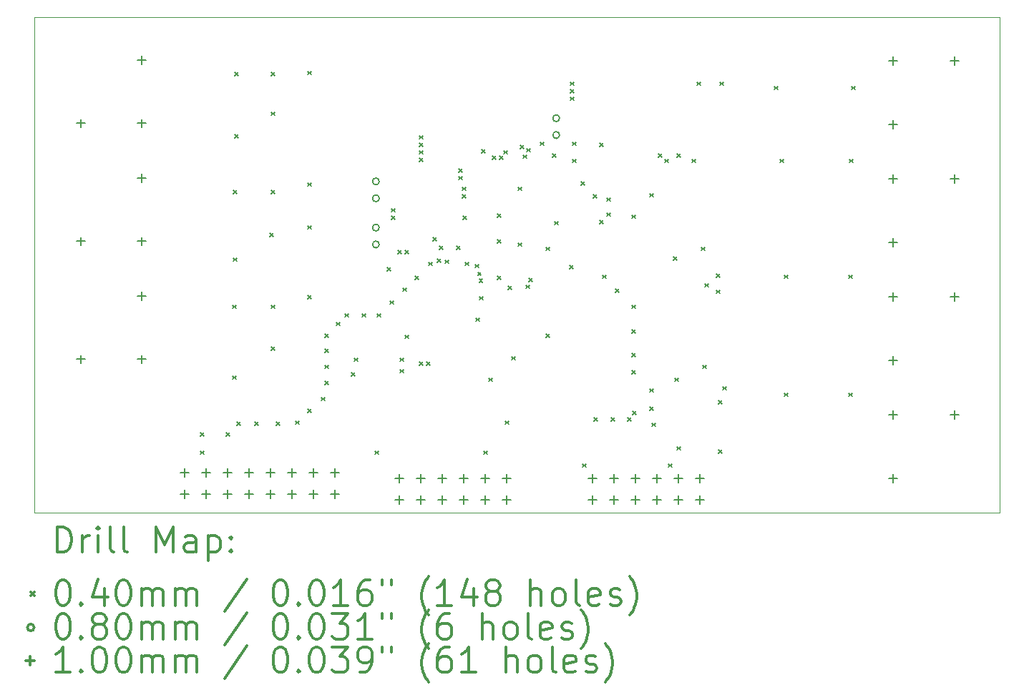
<source format=gbr>
%FSLAX45Y45*%
G04 Gerber Fmt 4.5, Leading zero omitted, Abs format (unit mm)*
G04 Created by KiCad (PCBNEW 4.0.7) date Tue May  8 01:50:05 2018*
%MOMM*%
%LPD*%
G01*
G04 APERTURE LIST*
%ADD10C,0.127000*%
%ADD11C,0.100000*%
%ADD12C,0.200000*%
%ADD13C,0.300000*%
G04 APERTURE END LIST*
D10*
D11*
X21831300Y-14122400D02*
X10414000Y-14122400D01*
X21831300Y-8255000D02*
X10414000Y-8255000D01*
X10414000Y-14122400D02*
X10414000Y-8255000D01*
X21831300Y-8255000D02*
X21831300Y-14122400D01*
D12*
X12375200Y-13175300D02*
X12415200Y-13215300D01*
X12415200Y-13175300D02*
X12375200Y-13215300D01*
X12375200Y-13391200D02*
X12415200Y-13431200D01*
X12415200Y-13391200D02*
X12375200Y-13431200D01*
X12680000Y-13175300D02*
X12720000Y-13215300D01*
X12720000Y-13175300D02*
X12680000Y-13215300D01*
X12756200Y-11664000D02*
X12796200Y-11704000D01*
X12796200Y-11664000D02*
X12756200Y-11704000D01*
X12756200Y-12502200D02*
X12796200Y-12542200D01*
X12796200Y-12502200D02*
X12756200Y-12542200D01*
X12768900Y-10305100D02*
X12808900Y-10345100D01*
X12808900Y-10305100D02*
X12768900Y-10345100D01*
X12768900Y-11105200D02*
X12808900Y-11145200D01*
X12808900Y-11105200D02*
X12768900Y-11145200D01*
X12781600Y-8908100D02*
X12821600Y-8948100D01*
X12821600Y-8908100D02*
X12781600Y-8948100D01*
X12781600Y-9644700D02*
X12821600Y-9684700D01*
X12821600Y-9644700D02*
X12781600Y-9684700D01*
X12807000Y-13048300D02*
X12847000Y-13088300D01*
X12847000Y-13048300D02*
X12807000Y-13088300D01*
X13022900Y-13048300D02*
X13062900Y-13088300D01*
X13062900Y-13048300D02*
X13022900Y-13088300D01*
X13200700Y-10813100D02*
X13240700Y-10853100D01*
X13240700Y-10813100D02*
X13200700Y-10853100D01*
X13213400Y-8908100D02*
X13253400Y-8948100D01*
X13253400Y-8908100D02*
X13213400Y-8948100D01*
X13213400Y-9378000D02*
X13253400Y-9418000D01*
X13253400Y-9378000D02*
X13213400Y-9418000D01*
X13213400Y-10305100D02*
X13253400Y-10345100D01*
X13253400Y-10305100D02*
X13213400Y-10345100D01*
X13213400Y-11664000D02*
X13253400Y-11704000D01*
X13253400Y-11664000D02*
X13213400Y-11704000D01*
X13213400Y-12159300D02*
X13253400Y-12199300D01*
X13253400Y-12159300D02*
X13213400Y-12199300D01*
X13276900Y-13048300D02*
X13316900Y-13088300D01*
X13316900Y-13048300D02*
X13276900Y-13088300D01*
X13505500Y-13035600D02*
X13545500Y-13075600D01*
X13545500Y-13035600D02*
X13505500Y-13075600D01*
X13645200Y-8895400D02*
X13685200Y-8935400D01*
X13685200Y-8895400D02*
X13645200Y-8935400D01*
X13645200Y-10216200D02*
X13685200Y-10256200D01*
X13685200Y-10216200D02*
X13645200Y-10256200D01*
X13645200Y-10724200D02*
X13685200Y-10764200D01*
X13685200Y-10724200D02*
X13645200Y-10764200D01*
X13645200Y-11549700D02*
X13685200Y-11589700D01*
X13685200Y-11549700D02*
X13645200Y-11589700D01*
X13645200Y-12895900D02*
X13685200Y-12935900D01*
X13685200Y-12895900D02*
X13645200Y-12935900D01*
X13810300Y-12756200D02*
X13850300Y-12796200D01*
X13850300Y-12756200D02*
X13810300Y-12796200D01*
X13848400Y-12006900D02*
X13888400Y-12046900D01*
X13888400Y-12006900D02*
X13848400Y-12046900D01*
X13848400Y-12184700D02*
X13888400Y-12224700D01*
X13888400Y-12184700D02*
X13848400Y-12224700D01*
X13848400Y-12375200D02*
X13888400Y-12415200D01*
X13888400Y-12375200D02*
X13848400Y-12415200D01*
X13848400Y-12565700D02*
X13888400Y-12605700D01*
X13888400Y-12565700D02*
X13848400Y-12605700D01*
X13988100Y-11867200D02*
X14028100Y-11907200D01*
X14028100Y-11867200D02*
X13988100Y-11907200D01*
X14089700Y-11765600D02*
X14129700Y-11805600D01*
X14129700Y-11765600D02*
X14089700Y-11805600D01*
X14165900Y-12464100D02*
X14205900Y-12504100D01*
X14205900Y-12464100D02*
X14165900Y-12504100D01*
X14198920Y-12291380D02*
X14238920Y-12331380D01*
X14238920Y-12291380D02*
X14198920Y-12331380D01*
X14292900Y-11765600D02*
X14332900Y-11805600D01*
X14332900Y-11765600D02*
X14292900Y-11805600D01*
X14445300Y-13391200D02*
X14485300Y-13431200D01*
X14485300Y-13391200D02*
X14445300Y-13431200D01*
X14470700Y-11765600D02*
X14510700Y-11805600D01*
X14510700Y-11765600D02*
X14470700Y-11805600D01*
X14585000Y-11219500D02*
X14625000Y-11259500D01*
X14625000Y-11219500D02*
X14585000Y-11259500D01*
X14623100Y-11613200D02*
X14663100Y-11653200D01*
X14663100Y-11613200D02*
X14623100Y-11653200D01*
X14635800Y-10521000D02*
X14675800Y-10561000D01*
X14675800Y-10521000D02*
X14635800Y-10561000D01*
X14635800Y-10609900D02*
X14675800Y-10649900D01*
X14675800Y-10609900D02*
X14635800Y-10649900D01*
X14712000Y-11016300D02*
X14752000Y-11056300D01*
X14752000Y-11016300D02*
X14712000Y-11056300D01*
X14737400Y-12291380D02*
X14777400Y-12331380D01*
X14777400Y-12291380D02*
X14737400Y-12331380D01*
X14737400Y-12426000D02*
X14777400Y-12466000D01*
X14777400Y-12426000D02*
X14737400Y-12466000D01*
X14775500Y-11460800D02*
X14815500Y-11500800D01*
X14815500Y-11460800D02*
X14775500Y-11500800D01*
X14800900Y-11016300D02*
X14840900Y-11056300D01*
X14840900Y-11016300D02*
X14800900Y-11056300D01*
X14800900Y-12019600D02*
X14840900Y-12059600D01*
X14840900Y-12019600D02*
X14800900Y-12059600D01*
X14915200Y-11321100D02*
X14955200Y-11361100D01*
X14955200Y-11321100D02*
X14915200Y-11361100D01*
X14966000Y-9657400D02*
X15006000Y-9697400D01*
X15006000Y-9657400D02*
X14966000Y-9697400D01*
X14966000Y-9746300D02*
X15006000Y-9786300D01*
X15006000Y-9746300D02*
X14966000Y-9786300D01*
X14966000Y-9835200D02*
X15006000Y-9875200D01*
X15006000Y-9835200D02*
X14966000Y-9875200D01*
X14966000Y-9924100D02*
X15006000Y-9964100D01*
X15006000Y-9924100D02*
X14966000Y-9964100D01*
X14966000Y-12337100D02*
X15006000Y-12377100D01*
X15006000Y-12337100D02*
X14966000Y-12377100D01*
X15054900Y-12337100D02*
X15094900Y-12377100D01*
X15094900Y-12337100D02*
X15054900Y-12377100D01*
X15080300Y-11156000D02*
X15120300Y-11196000D01*
X15120300Y-11156000D02*
X15080300Y-11196000D01*
X15131100Y-10863900D02*
X15171100Y-10903900D01*
X15171100Y-10863900D02*
X15131100Y-10903900D01*
X15181900Y-11117900D02*
X15221900Y-11157900D01*
X15221900Y-11117900D02*
X15181900Y-11157900D01*
X15207300Y-10965500D02*
X15247300Y-11005500D01*
X15247300Y-10965500D02*
X15207300Y-11005500D01*
X15270800Y-11130600D02*
X15310800Y-11170600D01*
X15310800Y-11130600D02*
X15270800Y-11170600D01*
X15410500Y-10965500D02*
X15450500Y-11005500D01*
X15450500Y-10965500D02*
X15410500Y-11005500D01*
X15435900Y-10051100D02*
X15475900Y-10091100D01*
X15475900Y-10051100D02*
X15435900Y-10091100D01*
X15435900Y-10140000D02*
X15475900Y-10180000D01*
X15475900Y-10140000D02*
X15435900Y-10180000D01*
X15474000Y-10267000D02*
X15514000Y-10307000D01*
X15514000Y-10267000D02*
X15474000Y-10307000D01*
X15474000Y-10355900D02*
X15514000Y-10395900D01*
X15514000Y-10355900D02*
X15474000Y-10395900D01*
X15486700Y-10609900D02*
X15526700Y-10649900D01*
X15526700Y-10609900D02*
X15486700Y-10649900D01*
X15512100Y-11156000D02*
X15552100Y-11196000D01*
X15552100Y-11156000D02*
X15512100Y-11196000D01*
X15626400Y-11181400D02*
X15666400Y-11221400D01*
X15666400Y-11181400D02*
X15626400Y-11221400D01*
X15639100Y-11816400D02*
X15679100Y-11856400D01*
X15679100Y-11816400D02*
X15639100Y-11856400D01*
X15656880Y-11275380D02*
X15696880Y-11315380D01*
X15696880Y-11275380D02*
X15656880Y-11315380D01*
X15674660Y-11354120D02*
X15714660Y-11394120D01*
X15714660Y-11354120D02*
X15674660Y-11394120D01*
X15677200Y-11562400D02*
X15717200Y-11602400D01*
X15717200Y-11562400D02*
X15677200Y-11602400D01*
X15702600Y-9822500D02*
X15742600Y-9862500D01*
X15742600Y-9822500D02*
X15702600Y-9862500D01*
X15728000Y-13391200D02*
X15768000Y-13431200D01*
X15768000Y-13391200D02*
X15728000Y-13431200D01*
X15791500Y-12527600D02*
X15831500Y-12567600D01*
X15831500Y-12527600D02*
X15791500Y-12567600D01*
X15829600Y-9898700D02*
X15869600Y-9938700D01*
X15869600Y-9898700D02*
X15829600Y-9938700D01*
X15893100Y-10584500D02*
X15933100Y-10624500D01*
X15933100Y-10584500D02*
X15893100Y-10624500D01*
X15893100Y-10889300D02*
X15933100Y-10929300D01*
X15933100Y-10889300D02*
X15893100Y-10929300D01*
X15893100Y-11321100D02*
X15933100Y-11361100D01*
X15933100Y-11321100D02*
X15893100Y-11361100D01*
X15918500Y-9898700D02*
X15958500Y-9938700D01*
X15958500Y-9898700D02*
X15918500Y-9938700D01*
X15969300Y-9835200D02*
X16009300Y-9875200D01*
X16009300Y-9835200D02*
X15969300Y-9875200D01*
X15982000Y-13035600D02*
X16022000Y-13075600D01*
X16022000Y-13035600D02*
X15982000Y-13075600D01*
X16015020Y-11443020D02*
X16055020Y-11483020D01*
X16055020Y-11443020D02*
X16015020Y-11483020D01*
X16058200Y-12273600D02*
X16098200Y-12313600D01*
X16098200Y-12273600D02*
X16058200Y-12313600D01*
X16134400Y-10267000D02*
X16174400Y-10307000D01*
X16174400Y-10267000D02*
X16134400Y-10307000D01*
X16134400Y-10927400D02*
X16174400Y-10967400D01*
X16174400Y-10927400D02*
X16134400Y-10967400D01*
X16159800Y-9771700D02*
X16199800Y-9811700D01*
X16199800Y-9771700D02*
X16159800Y-9811700D01*
X16197900Y-9886000D02*
X16237900Y-9926000D01*
X16237900Y-9886000D02*
X16197900Y-9926000D01*
X16229650Y-11429050D02*
X16269650Y-11469050D01*
X16269650Y-11429050D02*
X16229650Y-11469050D01*
X16236000Y-9809800D02*
X16276000Y-9849800D01*
X16276000Y-9809800D02*
X16236000Y-9849800D01*
X16261400Y-11346500D02*
X16301400Y-11386500D01*
X16301400Y-11346500D02*
X16261400Y-11386500D01*
X16401100Y-9733600D02*
X16441100Y-9773600D01*
X16441100Y-9733600D02*
X16401100Y-9773600D01*
X16464600Y-10978200D02*
X16504600Y-11018200D01*
X16504600Y-10978200D02*
X16464600Y-11018200D01*
X16464600Y-12006900D02*
X16504600Y-12046900D01*
X16504600Y-12006900D02*
X16464600Y-12046900D01*
X16540800Y-9873300D02*
X16580800Y-9913300D01*
X16580800Y-9873300D02*
X16540800Y-9913300D01*
X16566200Y-10673400D02*
X16606200Y-10713400D01*
X16606200Y-10673400D02*
X16566200Y-10713400D01*
X16744000Y-11194100D02*
X16784000Y-11234100D01*
X16784000Y-11194100D02*
X16744000Y-11234100D01*
X16756700Y-9022400D02*
X16796700Y-9062400D01*
X16796700Y-9022400D02*
X16756700Y-9062400D01*
X16756700Y-9111300D02*
X16796700Y-9151300D01*
X16796700Y-9111300D02*
X16756700Y-9151300D01*
X16756700Y-9200200D02*
X16796700Y-9240200D01*
X16796700Y-9200200D02*
X16756700Y-9240200D01*
X16782100Y-9733600D02*
X16822100Y-9773600D01*
X16822100Y-9733600D02*
X16782100Y-9773600D01*
X16782100Y-9936800D02*
X16822100Y-9976800D01*
X16822100Y-9936800D02*
X16782100Y-9976800D01*
X16883700Y-10203500D02*
X16923700Y-10243500D01*
X16923700Y-10203500D02*
X16883700Y-10243500D01*
X16896400Y-13543600D02*
X16936400Y-13583600D01*
X16936400Y-13543600D02*
X16896400Y-13583600D01*
X17023400Y-10355900D02*
X17063400Y-10395900D01*
X17063400Y-10355900D02*
X17023400Y-10395900D01*
X17036100Y-12997500D02*
X17076100Y-13037500D01*
X17076100Y-12997500D02*
X17036100Y-13037500D01*
X17099600Y-9746300D02*
X17139600Y-9786300D01*
X17139600Y-9746300D02*
X17099600Y-9786300D01*
X17099600Y-10660700D02*
X17139600Y-10700700D01*
X17139600Y-10660700D02*
X17099600Y-10700700D01*
X17137700Y-11308400D02*
X17177700Y-11348400D01*
X17177700Y-11308400D02*
X17137700Y-11348400D01*
X17188500Y-10394000D02*
X17228500Y-10434000D01*
X17228500Y-10394000D02*
X17188500Y-10434000D01*
X17188500Y-10571800D02*
X17228500Y-10611800D01*
X17228500Y-10571800D02*
X17188500Y-10611800D01*
X17239300Y-12997500D02*
X17279300Y-13037500D01*
X17279300Y-12997500D02*
X17239300Y-13037500D01*
X17290100Y-11473500D02*
X17330100Y-11513500D01*
X17330100Y-11473500D02*
X17290100Y-11513500D01*
X17429800Y-12997500D02*
X17469800Y-13037500D01*
X17469800Y-12997500D02*
X17429800Y-13037500D01*
X17480600Y-10597200D02*
X17520600Y-10637200D01*
X17520600Y-10597200D02*
X17480600Y-10637200D01*
X17480600Y-11664000D02*
X17520600Y-11704000D01*
X17520600Y-11664000D02*
X17480600Y-11704000D01*
X17480600Y-11956100D02*
X17520600Y-11996100D01*
X17520600Y-11956100D02*
X17480600Y-11996100D01*
X17480600Y-12235500D02*
X17520600Y-12275500D01*
X17520600Y-12235500D02*
X17480600Y-12275500D01*
X17480600Y-12438700D02*
X17520600Y-12478700D01*
X17520600Y-12438700D02*
X17480600Y-12478700D01*
X17493300Y-12921300D02*
X17533300Y-12961300D01*
X17533300Y-12921300D02*
X17493300Y-12961300D01*
X17696500Y-10343200D02*
X17736500Y-10383200D01*
X17736500Y-10343200D02*
X17696500Y-10383200D01*
X17696500Y-12654600D02*
X17736500Y-12694600D01*
X17736500Y-12654600D02*
X17696500Y-12694600D01*
X17696500Y-12870500D02*
X17736500Y-12910500D01*
X17736500Y-12870500D02*
X17696500Y-12910500D01*
X17721900Y-13061000D02*
X17761900Y-13101000D01*
X17761900Y-13061000D02*
X17721900Y-13101000D01*
X17798100Y-9873300D02*
X17838100Y-9913300D01*
X17838100Y-9873300D02*
X17798100Y-9913300D01*
X17874300Y-9936800D02*
X17914300Y-9976800D01*
X17914300Y-9936800D02*
X17874300Y-9976800D01*
X17912400Y-13543600D02*
X17952400Y-13583600D01*
X17952400Y-13543600D02*
X17912400Y-13583600D01*
X17975900Y-11092500D02*
X18015900Y-11132500D01*
X18015900Y-11092500D02*
X17975900Y-11132500D01*
X17988600Y-12527600D02*
X18028600Y-12567600D01*
X18028600Y-12527600D02*
X17988600Y-12567600D01*
X18014000Y-9873300D02*
X18054000Y-9913300D01*
X18054000Y-9873300D02*
X18014000Y-9913300D01*
X18014000Y-13340400D02*
X18054000Y-13380400D01*
X18054000Y-13340400D02*
X18014000Y-13380400D01*
X18191800Y-9936800D02*
X18231800Y-9976800D01*
X18231800Y-9936800D02*
X18191800Y-9976800D01*
X18255300Y-9022400D02*
X18295300Y-9062400D01*
X18295300Y-9022400D02*
X18255300Y-9062400D01*
X18306100Y-10978200D02*
X18346100Y-11018200D01*
X18346100Y-10978200D02*
X18306100Y-11018200D01*
X18318800Y-12375200D02*
X18358800Y-12415200D01*
X18358800Y-12375200D02*
X18318800Y-12415200D01*
X18344200Y-11410000D02*
X18384200Y-11450000D01*
X18384200Y-11410000D02*
X18344200Y-11450000D01*
X18483900Y-11295700D02*
X18523900Y-11335700D01*
X18523900Y-11295700D02*
X18483900Y-11335700D01*
X18483900Y-11486200D02*
X18523900Y-11526200D01*
X18523900Y-11486200D02*
X18483900Y-11526200D01*
X18509300Y-12794300D02*
X18549300Y-12834300D01*
X18549300Y-12794300D02*
X18509300Y-12834300D01*
X18509300Y-13378500D02*
X18549300Y-13418500D01*
X18549300Y-13378500D02*
X18509300Y-13418500D01*
X18522000Y-9022400D02*
X18562000Y-9062400D01*
X18562000Y-9022400D02*
X18522000Y-9062400D01*
X18560100Y-12629200D02*
X18600100Y-12669200D01*
X18600100Y-12629200D02*
X18560100Y-12669200D01*
X19169700Y-9073200D02*
X19209700Y-9113200D01*
X19209700Y-9073200D02*
X19169700Y-9113200D01*
X19233200Y-9936800D02*
X19273200Y-9976800D01*
X19273200Y-9936800D02*
X19233200Y-9976800D01*
X19284000Y-11308400D02*
X19324000Y-11348400D01*
X19324000Y-11308400D02*
X19284000Y-11348400D01*
X19284000Y-12705400D02*
X19324000Y-12745400D01*
X19324000Y-12705400D02*
X19284000Y-12745400D01*
X20046000Y-11308400D02*
X20086000Y-11348400D01*
X20086000Y-11308400D02*
X20046000Y-11348400D01*
X20046000Y-12705400D02*
X20086000Y-12745400D01*
X20086000Y-12705400D02*
X20046000Y-12745400D01*
X20058700Y-9936800D02*
X20098700Y-9976800D01*
X20098700Y-9936800D02*
X20058700Y-9976800D01*
X20084100Y-9073200D02*
X20124100Y-9113200D01*
X20124100Y-9073200D02*
X20084100Y-9113200D01*
X14492600Y-10201300D02*
G75*
G03X14492600Y-10201300I-40000J0D01*
G01*
X14492600Y-10401300D02*
G75*
G03X14492600Y-10401300I-40000J0D01*
G01*
X14492600Y-10747400D02*
G75*
G03X14492600Y-10747400I-40000J0D01*
G01*
X14492600Y-10947400D02*
G75*
G03X14492600Y-10947400I-40000J0D01*
G01*
X16626200Y-9452000D02*
G75*
G03X16626200Y-9452000I-40000J0D01*
G01*
X16626200Y-9652000D02*
G75*
G03X16626200Y-9652000I-40000J0D01*
G01*
X10959000Y-9463000D02*
X10959000Y-9563000D01*
X10909000Y-9513000D02*
X11009000Y-9513000D01*
X10959000Y-10860000D02*
X10959000Y-10960000D01*
X10909000Y-10910000D02*
X11009000Y-10910000D01*
X10959000Y-12257000D02*
X10959000Y-12357000D01*
X10909000Y-12307000D02*
X11009000Y-12307000D01*
X11684000Y-8713000D02*
X11684000Y-8813000D01*
X11634000Y-8763000D02*
X11734000Y-8763000D01*
X11684000Y-9463000D02*
X11684000Y-9563000D01*
X11634000Y-9513000D02*
X11734000Y-9513000D01*
X11684000Y-10110000D02*
X11684000Y-10210000D01*
X11634000Y-10160000D02*
X11734000Y-10160000D01*
X11684000Y-10860000D02*
X11684000Y-10960000D01*
X11634000Y-10910000D02*
X11734000Y-10910000D01*
X11684000Y-11507000D02*
X11684000Y-11607000D01*
X11634000Y-11557000D02*
X11734000Y-11557000D01*
X11684000Y-12257000D02*
X11684000Y-12357000D01*
X11634000Y-12307000D02*
X11734000Y-12307000D01*
X12192000Y-13602500D02*
X12192000Y-13702500D01*
X12142000Y-13652500D02*
X12242000Y-13652500D01*
X12192000Y-13856500D02*
X12192000Y-13956500D01*
X12142000Y-13906500D02*
X12242000Y-13906500D01*
X12446000Y-13602500D02*
X12446000Y-13702500D01*
X12396000Y-13652500D02*
X12496000Y-13652500D01*
X12446000Y-13856500D02*
X12446000Y-13956500D01*
X12396000Y-13906500D02*
X12496000Y-13906500D01*
X12700000Y-13602500D02*
X12700000Y-13702500D01*
X12650000Y-13652500D02*
X12750000Y-13652500D01*
X12700000Y-13856500D02*
X12700000Y-13956500D01*
X12650000Y-13906500D02*
X12750000Y-13906500D01*
X12954000Y-13602500D02*
X12954000Y-13702500D01*
X12904000Y-13652500D02*
X13004000Y-13652500D01*
X12954000Y-13856500D02*
X12954000Y-13956500D01*
X12904000Y-13906500D02*
X13004000Y-13906500D01*
X13208000Y-13602500D02*
X13208000Y-13702500D01*
X13158000Y-13652500D02*
X13258000Y-13652500D01*
X13208000Y-13856500D02*
X13208000Y-13956500D01*
X13158000Y-13906500D02*
X13258000Y-13906500D01*
X13462000Y-13602500D02*
X13462000Y-13702500D01*
X13412000Y-13652500D02*
X13512000Y-13652500D01*
X13462000Y-13856500D02*
X13462000Y-13956500D01*
X13412000Y-13906500D02*
X13512000Y-13906500D01*
X13716000Y-13602500D02*
X13716000Y-13702500D01*
X13666000Y-13652500D02*
X13766000Y-13652500D01*
X13716000Y-13856500D02*
X13716000Y-13956500D01*
X13666000Y-13906500D02*
X13766000Y-13906500D01*
X13970000Y-13602500D02*
X13970000Y-13702500D01*
X13920000Y-13652500D02*
X14020000Y-13652500D01*
X13970000Y-13856500D02*
X13970000Y-13956500D01*
X13920000Y-13906500D02*
X14020000Y-13906500D01*
X14732000Y-13666000D02*
X14732000Y-13766000D01*
X14682000Y-13716000D02*
X14782000Y-13716000D01*
X14732000Y-13920000D02*
X14732000Y-14020000D01*
X14682000Y-13970000D02*
X14782000Y-13970000D01*
X14986000Y-13666000D02*
X14986000Y-13766000D01*
X14936000Y-13716000D02*
X15036000Y-13716000D01*
X14986000Y-13920000D02*
X14986000Y-14020000D01*
X14936000Y-13970000D02*
X15036000Y-13970000D01*
X15240000Y-13666000D02*
X15240000Y-13766000D01*
X15190000Y-13716000D02*
X15290000Y-13716000D01*
X15240000Y-13920000D02*
X15240000Y-14020000D01*
X15190000Y-13970000D02*
X15290000Y-13970000D01*
X15494000Y-13666000D02*
X15494000Y-13766000D01*
X15444000Y-13716000D02*
X15544000Y-13716000D01*
X15494000Y-13920000D02*
X15494000Y-14020000D01*
X15444000Y-13970000D02*
X15544000Y-13970000D01*
X15748000Y-13666000D02*
X15748000Y-13766000D01*
X15698000Y-13716000D02*
X15798000Y-13716000D01*
X15748000Y-13920000D02*
X15748000Y-14020000D01*
X15698000Y-13970000D02*
X15798000Y-13970000D01*
X16002000Y-13666000D02*
X16002000Y-13766000D01*
X15952000Y-13716000D02*
X16052000Y-13716000D01*
X16002000Y-13920000D02*
X16002000Y-14020000D01*
X15952000Y-13970000D02*
X16052000Y-13970000D01*
X17018000Y-13666000D02*
X17018000Y-13766000D01*
X16968000Y-13716000D02*
X17068000Y-13716000D01*
X17018000Y-13920000D02*
X17018000Y-14020000D01*
X16968000Y-13970000D02*
X17068000Y-13970000D01*
X17272000Y-13666000D02*
X17272000Y-13766000D01*
X17222000Y-13716000D02*
X17322000Y-13716000D01*
X17272000Y-13920000D02*
X17272000Y-14020000D01*
X17222000Y-13970000D02*
X17322000Y-13970000D01*
X17526000Y-13666000D02*
X17526000Y-13766000D01*
X17476000Y-13716000D02*
X17576000Y-13716000D01*
X17526000Y-13920000D02*
X17526000Y-14020000D01*
X17476000Y-13970000D02*
X17576000Y-13970000D01*
X17780000Y-13666000D02*
X17780000Y-13766000D01*
X17730000Y-13716000D02*
X17830000Y-13716000D01*
X17780000Y-13920000D02*
X17780000Y-14020000D01*
X17730000Y-13970000D02*
X17830000Y-13970000D01*
X18034000Y-13666000D02*
X18034000Y-13766000D01*
X17984000Y-13716000D02*
X18084000Y-13716000D01*
X18034000Y-13920000D02*
X18034000Y-14020000D01*
X17984000Y-13970000D02*
X18084000Y-13970000D01*
X18288000Y-13666000D02*
X18288000Y-13766000D01*
X18238000Y-13716000D02*
X18338000Y-13716000D01*
X18288000Y-13920000D02*
X18288000Y-14020000D01*
X18238000Y-13970000D02*
X18338000Y-13970000D01*
X20574000Y-8725000D02*
X20574000Y-8825000D01*
X20524000Y-8775000D02*
X20624000Y-8775000D01*
X20574000Y-9475000D02*
X20574000Y-9575000D01*
X20524000Y-9525000D02*
X20624000Y-9525000D01*
X20574000Y-10122000D02*
X20574000Y-10222000D01*
X20524000Y-10172000D02*
X20624000Y-10172000D01*
X20574000Y-10872000D02*
X20574000Y-10972000D01*
X20524000Y-10922000D02*
X20624000Y-10922000D01*
X20574000Y-11519000D02*
X20574000Y-11619000D01*
X20524000Y-11569000D02*
X20624000Y-11569000D01*
X20574000Y-12269000D02*
X20574000Y-12369000D01*
X20524000Y-12319000D02*
X20624000Y-12319000D01*
X20574000Y-12916000D02*
X20574000Y-13016000D01*
X20524000Y-12966000D02*
X20624000Y-12966000D01*
X20574000Y-13666000D02*
X20574000Y-13766000D01*
X20524000Y-13716000D02*
X20624000Y-13716000D01*
X21299000Y-8725000D02*
X21299000Y-8825000D01*
X21249000Y-8775000D02*
X21349000Y-8775000D01*
X21299000Y-10122000D02*
X21299000Y-10222000D01*
X21249000Y-10172000D02*
X21349000Y-10172000D01*
X21299000Y-11519000D02*
X21299000Y-11619000D01*
X21249000Y-11569000D02*
X21349000Y-11569000D01*
X21299000Y-12916000D02*
X21299000Y-13016000D01*
X21249000Y-12966000D02*
X21349000Y-12966000D01*
D13*
X10680429Y-14593114D02*
X10680429Y-14293114D01*
X10751857Y-14293114D01*
X10794714Y-14307400D01*
X10823286Y-14335971D01*
X10837571Y-14364543D01*
X10851857Y-14421686D01*
X10851857Y-14464543D01*
X10837571Y-14521686D01*
X10823286Y-14550257D01*
X10794714Y-14578829D01*
X10751857Y-14593114D01*
X10680429Y-14593114D01*
X10980429Y-14593114D02*
X10980429Y-14393114D01*
X10980429Y-14450257D02*
X10994714Y-14421686D01*
X11009000Y-14407400D01*
X11037571Y-14393114D01*
X11066143Y-14393114D01*
X11166143Y-14593114D02*
X11166143Y-14393114D01*
X11166143Y-14293114D02*
X11151857Y-14307400D01*
X11166143Y-14321686D01*
X11180429Y-14307400D01*
X11166143Y-14293114D01*
X11166143Y-14321686D01*
X11351857Y-14593114D02*
X11323286Y-14578829D01*
X11309000Y-14550257D01*
X11309000Y-14293114D01*
X11509000Y-14593114D02*
X11480428Y-14578829D01*
X11466143Y-14550257D01*
X11466143Y-14293114D01*
X11851857Y-14593114D02*
X11851857Y-14293114D01*
X11951857Y-14507400D01*
X12051857Y-14293114D01*
X12051857Y-14593114D01*
X12323286Y-14593114D02*
X12323286Y-14435971D01*
X12309000Y-14407400D01*
X12280428Y-14393114D01*
X12223286Y-14393114D01*
X12194714Y-14407400D01*
X12323286Y-14578829D02*
X12294714Y-14593114D01*
X12223286Y-14593114D01*
X12194714Y-14578829D01*
X12180428Y-14550257D01*
X12180428Y-14521686D01*
X12194714Y-14493114D01*
X12223286Y-14478829D01*
X12294714Y-14478829D01*
X12323286Y-14464543D01*
X12466143Y-14393114D02*
X12466143Y-14693114D01*
X12466143Y-14407400D02*
X12494714Y-14393114D01*
X12551857Y-14393114D01*
X12580428Y-14407400D01*
X12594714Y-14421686D01*
X12609000Y-14450257D01*
X12609000Y-14535971D01*
X12594714Y-14564543D01*
X12580428Y-14578829D01*
X12551857Y-14593114D01*
X12494714Y-14593114D01*
X12466143Y-14578829D01*
X12737571Y-14564543D02*
X12751857Y-14578829D01*
X12737571Y-14593114D01*
X12723286Y-14578829D01*
X12737571Y-14564543D01*
X12737571Y-14593114D01*
X12737571Y-14407400D02*
X12751857Y-14421686D01*
X12737571Y-14435971D01*
X12723286Y-14421686D01*
X12737571Y-14407400D01*
X12737571Y-14435971D01*
X10369000Y-15067400D02*
X10409000Y-15107400D01*
X10409000Y-15067400D02*
X10369000Y-15107400D01*
X10737571Y-14923114D02*
X10766143Y-14923114D01*
X10794714Y-14937400D01*
X10809000Y-14951686D01*
X10823286Y-14980257D01*
X10837571Y-15037400D01*
X10837571Y-15108829D01*
X10823286Y-15165971D01*
X10809000Y-15194543D01*
X10794714Y-15208829D01*
X10766143Y-15223114D01*
X10737571Y-15223114D01*
X10709000Y-15208829D01*
X10694714Y-15194543D01*
X10680429Y-15165971D01*
X10666143Y-15108829D01*
X10666143Y-15037400D01*
X10680429Y-14980257D01*
X10694714Y-14951686D01*
X10709000Y-14937400D01*
X10737571Y-14923114D01*
X10966143Y-15194543D02*
X10980429Y-15208829D01*
X10966143Y-15223114D01*
X10951857Y-15208829D01*
X10966143Y-15194543D01*
X10966143Y-15223114D01*
X11237571Y-15023114D02*
X11237571Y-15223114D01*
X11166143Y-14908829D02*
X11094714Y-15123114D01*
X11280428Y-15123114D01*
X11451857Y-14923114D02*
X11480428Y-14923114D01*
X11509000Y-14937400D01*
X11523286Y-14951686D01*
X11537571Y-14980257D01*
X11551857Y-15037400D01*
X11551857Y-15108829D01*
X11537571Y-15165971D01*
X11523286Y-15194543D01*
X11509000Y-15208829D01*
X11480428Y-15223114D01*
X11451857Y-15223114D01*
X11423286Y-15208829D01*
X11409000Y-15194543D01*
X11394714Y-15165971D01*
X11380428Y-15108829D01*
X11380428Y-15037400D01*
X11394714Y-14980257D01*
X11409000Y-14951686D01*
X11423286Y-14937400D01*
X11451857Y-14923114D01*
X11680428Y-15223114D02*
X11680428Y-15023114D01*
X11680428Y-15051686D02*
X11694714Y-15037400D01*
X11723286Y-15023114D01*
X11766143Y-15023114D01*
X11794714Y-15037400D01*
X11809000Y-15065971D01*
X11809000Y-15223114D01*
X11809000Y-15065971D02*
X11823286Y-15037400D01*
X11851857Y-15023114D01*
X11894714Y-15023114D01*
X11923286Y-15037400D01*
X11937571Y-15065971D01*
X11937571Y-15223114D01*
X12080428Y-15223114D02*
X12080428Y-15023114D01*
X12080428Y-15051686D02*
X12094714Y-15037400D01*
X12123286Y-15023114D01*
X12166143Y-15023114D01*
X12194714Y-15037400D01*
X12209000Y-15065971D01*
X12209000Y-15223114D01*
X12209000Y-15065971D02*
X12223286Y-15037400D01*
X12251857Y-15023114D01*
X12294714Y-15023114D01*
X12323286Y-15037400D01*
X12337571Y-15065971D01*
X12337571Y-15223114D01*
X12923286Y-14908829D02*
X12666143Y-15294543D01*
X13309000Y-14923114D02*
X13337571Y-14923114D01*
X13366143Y-14937400D01*
X13380428Y-14951686D01*
X13394714Y-14980257D01*
X13409000Y-15037400D01*
X13409000Y-15108829D01*
X13394714Y-15165971D01*
X13380428Y-15194543D01*
X13366143Y-15208829D01*
X13337571Y-15223114D01*
X13309000Y-15223114D01*
X13280428Y-15208829D01*
X13266143Y-15194543D01*
X13251857Y-15165971D01*
X13237571Y-15108829D01*
X13237571Y-15037400D01*
X13251857Y-14980257D01*
X13266143Y-14951686D01*
X13280428Y-14937400D01*
X13309000Y-14923114D01*
X13537571Y-15194543D02*
X13551857Y-15208829D01*
X13537571Y-15223114D01*
X13523286Y-15208829D01*
X13537571Y-15194543D01*
X13537571Y-15223114D01*
X13737571Y-14923114D02*
X13766143Y-14923114D01*
X13794714Y-14937400D01*
X13809000Y-14951686D01*
X13823285Y-14980257D01*
X13837571Y-15037400D01*
X13837571Y-15108829D01*
X13823285Y-15165971D01*
X13809000Y-15194543D01*
X13794714Y-15208829D01*
X13766143Y-15223114D01*
X13737571Y-15223114D01*
X13709000Y-15208829D01*
X13694714Y-15194543D01*
X13680428Y-15165971D01*
X13666143Y-15108829D01*
X13666143Y-15037400D01*
X13680428Y-14980257D01*
X13694714Y-14951686D01*
X13709000Y-14937400D01*
X13737571Y-14923114D01*
X14123285Y-15223114D02*
X13951857Y-15223114D01*
X14037571Y-15223114D02*
X14037571Y-14923114D01*
X14009000Y-14965971D01*
X13980428Y-14994543D01*
X13951857Y-15008829D01*
X14380428Y-14923114D02*
X14323285Y-14923114D01*
X14294714Y-14937400D01*
X14280428Y-14951686D01*
X14251857Y-14994543D01*
X14237571Y-15051686D01*
X14237571Y-15165971D01*
X14251857Y-15194543D01*
X14266143Y-15208829D01*
X14294714Y-15223114D01*
X14351857Y-15223114D01*
X14380428Y-15208829D01*
X14394714Y-15194543D01*
X14409000Y-15165971D01*
X14409000Y-15094543D01*
X14394714Y-15065971D01*
X14380428Y-15051686D01*
X14351857Y-15037400D01*
X14294714Y-15037400D01*
X14266143Y-15051686D01*
X14251857Y-15065971D01*
X14237571Y-15094543D01*
X14523286Y-14923114D02*
X14523286Y-14980257D01*
X14637571Y-14923114D02*
X14637571Y-14980257D01*
X15080428Y-15337400D02*
X15066143Y-15323114D01*
X15037571Y-15280257D01*
X15023285Y-15251686D01*
X15009000Y-15208829D01*
X14994714Y-15137400D01*
X14994714Y-15080257D01*
X15009000Y-15008829D01*
X15023285Y-14965971D01*
X15037571Y-14937400D01*
X15066143Y-14894543D01*
X15080428Y-14880257D01*
X15351857Y-15223114D02*
X15180428Y-15223114D01*
X15266143Y-15223114D02*
X15266143Y-14923114D01*
X15237571Y-14965971D01*
X15209000Y-14994543D01*
X15180428Y-15008829D01*
X15609000Y-15023114D02*
X15609000Y-15223114D01*
X15537571Y-14908829D02*
X15466143Y-15123114D01*
X15651857Y-15123114D01*
X15809000Y-15051686D02*
X15780428Y-15037400D01*
X15766143Y-15023114D01*
X15751857Y-14994543D01*
X15751857Y-14980257D01*
X15766143Y-14951686D01*
X15780428Y-14937400D01*
X15809000Y-14923114D01*
X15866143Y-14923114D01*
X15894714Y-14937400D01*
X15909000Y-14951686D01*
X15923285Y-14980257D01*
X15923285Y-14994543D01*
X15909000Y-15023114D01*
X15894714Y-15037400D01*
X15866143Y-15051686D01*
X15809000Y-15051686D01*
X15780428Y-15065971D01*
X15766143Y-15080257D01*
X15751857Y-15108829D01*
X15751857Y-15165971D01*
X15766143Y-15194543D01*
X15780428Y-15208829D01*
X15809000Y-15223114D01*
X15866143Y-15223114D01*
X15894714Y-15208829D01*
X15909000Y-15194543D01*
X15923285Y-15165971D01*
X15923285Y-15108829D01*
X15909000Y-15080257D01*
X15894714Y-15065971D01*
X15866143Y-15051686D01*
X16280428Y-15223114D02*
X16280428Y-14923114D01*
X16409000Y-15223114D02*
X16409000Y-15065971D01*
X16394714Y-15037400D01*
X16366143Y-15023114D01*
X16323285Y-15023114D01*
X16294714Y-15037400D01*
X16280428Y-15051686D01*
X16594714Y-15223114D02*
X16566143Y-15208829D01*
X16551857Y-15194543D01*
X16537571Y-15165971D01*
X16537571Y-15080257D01*
X16551857Y-15051686D01*
X16566143Y-15037400D01*
X16594714Y-15023114D01*
X16637571Y-15023114D01*
X16666143Y-15037400D01*
X16680428Y-15051686D01*
X16694714Y-15080257D01*
X16694714Y-15165971D01*
X16680428Y-15194543D01*
X16666143Y-15208829D01*
X16637571Y-15223114D01*
X16594714Y-15223114D01*
X16866143Y-15223114D02*
X16837571Y-15208829D01*
X16823286Y-15180257D01*
X16823286Y-14923114D01*
X17094714Y-15208829D02*
X17066143Y-15223114D01*
X17009000Y-15223114D01*
X16980429Y-15208829D01*
X16966143Y-15180257D01*
X16966143Y-15065971D01*
X16980429Y-15037400D01*
X17009000Y-15023114D01*
X17066143Y-15023114D01*
X17094714Y-15037400D01*
X17109000Y-15065971D01*
X17109000Y-15094543D01*
X16966143Y-15123114D01*
X17223286Y-15208829D02*
X17251857Y-15223114D01*
X17309000Y-15223114D01*
X17337571Y-15208829D01*
X17351857Y-15180257D01*
X17351857Y-15165971D01*
X17337571Y-15137400D01*
X17309000Y-15123114D01*
X17266143Y-15123114D01*
X17237571Y-15108829D01*
X17223286Y-15080257D01*
X17223286Y-15065971D01*
X17237571Y-15037400D01*
X17266143Y-15023114D01*
X17309000Y-15023114D01*
X17337571Y-15037400D01*
X17451857Y-15337400D02*
X17466143Y-15323114D01*
X17494714Y-15280257D01*
X17509000Y-15251686D01*
X17523286Y-15208829D01*
X17537571Y-15137400D01*
X17537571Y-15080257D01*
X17523286Y-15008829D01*
X17509000Y-14965971D01*
X17494714Y-14937400D01*
X17466143Y-14894543D01*
X17451857Y-14880257D01*
X10409000Y-15483400D02*
G75*
G03X10409000Y-15483400I-40000J0D01*
G01*
X10737571Y-15319114D02*
X10766143Y-15319114D01*
X10794714Y-15333400D01*
X10809000Y-15347686D01*
X10823286Y-15376257D01*
X10837571Y-15433400D01*
X10837571Y-15504829D01*
X10823286Y-15561971D01*
X10809000Y-15590543D01*
X10794714Y-15604829D01*
X10766143Y-15619114D01*
X10737571Y-15619114D01*
X10709000Y-15604829D01*
X10694714Y-15590543D01*
X10680429Y-15561971D01*
X10666143Y-15504829D01*
X10666143Y-15433400D01*
X10680429Y-15376257D01*
X10694714Y-15347686D01*
X10709000Y-15333400D01*
X10737571Y-15319114D01*
X10966143Y-15590543D02*
X10980429Y-15604829D01*
X10966143Y-15619114D01*
X10951857Y-15604829D01*
X10966143Y-15590543D01*
X10966143Y-15619114D01*
X11151857Y-15447686D02*
X11123286Y-15433400D01*
X11109000Y-15419114D01*
X11094714Y-15390543D01*
X11094714Y-15376257D01*
X11109000Y-15347686D01*
X11123286Y-15333400D01*
X11151857Y-15319114D01*
X11209000Y-15319114D01*
X11237571Y-15333400D01*
X11251857Y-15347686D01*
X11266143Y-15376257D01*
X11266143Y-15390543D01*
X11251857Y-15419114D01*
X11237571Y-15433400D01*
X11209000Y-15447686D01*
X11151857Y-15447686D01*
X11123286Y-15461971D01*
X11109000Y-15476257D01*
X11094714Y-15504829D01*
X11094714Y-15561971D01*
X11109000Y-15590543D01*
X11123286Y-15604829D01*
X11151857Y-15619114D01*
X11209000Y-15619114D01*
X11237571Y-15604829D01*
X11251857Y-15590543D01*
X11266143Y-15561971D01*
X11266143Y-15504829D01*
X11251857Y-15476257D01*
X11237571Y-15461971D01*
X11209000Y-15447686D01*
X11451857Y-15319114D02*
X11480428Y-15319114D01*
X11509000Y-15333400D01*
X11523286Y-15347686D01*
X11537571Y-15376257D01*
X11551857Y-15433400D01*
X11551857Y-15504829D01*
X11537571Y-15561971D01*
X11523286Y-15590543D01*
X11509000Y-15604829D01*
X11480428Y-15619114D01*
X11451857Y-15619114D01*
X11423286Y-15604829D01*
X11409000Y-15590543D01*
X11394714Y-15561971D01*
X11380428Y-15504829D01*
X11380428Y-15433400D01*
X11394714Y-15376257D01*
X11409000Y-15347686D01*
X11423286Y-15333400D01*
X11451857Y-15319114D01*
X11680428Y-15619114D02*
X11680428Y-15419114D01*
X11680428Y-15447686D02*
X11694714Y-15433400D01*
X11723286Y-15419114D01*
X11766143Y-15419114D01*
X11794714Y-15433400D01*
X11809000Y-15461971D01*
X11809000Y-15619114D01*
X11809000Y-15461971D02*
X11823286Y-15433400D01*
X11851857Y-15419114D01*
X11894714Y-15419114D01*
X11923286Y-15433400D01*
X11937571Y-15461971D01*
X11937571Y-15619114D01*
X12080428Y-15619114D02*
X12080428Y-15419114D01*
X12080428Y-15447686D02*
X12094714Y-15433400D01*
X12123286Y-15419114D01*
X12166143Y-15419114D01*
X12194714Y-15433400D01*
X12209000Y-15461971D01*
X12209000Y-15619114D01*
X12209000Y-15461971D02*
X12223286Y-15433400D01*
X12251857Y-15419114D01*
X12294714Y-15419114D01*
X12323286Y-15433400D01*
X12337571Y-15461971D01*
X12337571Y-15619114D01*
X12923286Y-15304829D02*
X12666143Y-15690543D01*
X13309000Y-15319114D02*
X13337571Y-15319114D01*
X13366143Y-15333400D01*
X13380428Y-15347686D01*
X13394714Y-15376257D01*
X13409000Y-15433400D01*
X13409000Y-15504829D01*
X13394714Y-15561971D01*
X13380428Y-15590543D01*
X13366143Y-15604829D01*
X13337571Y-15619114D01*
X13309000Y-15619114D01*
X13280428Y-15604829D01*
X13266143Y-15590543D01*
X13251857Y-15561971D01*
X13237571Y-15504829D01*
X13237571Y-15433400D01*
X13251857Y-15376257D01*
X13266143Y-15347686D01*
X13280428Y-15333400D01*
X13309000Y-15319114D01*
X13537571Y-15590543D02*
X13551857Y-15604829D01*
X13537571Y-15619114D01*
X13523286Y-15604829D01*
X13537571Y-15590543D01*
X13537571Y-15619114D01*
X13737571Y-15319114D02*
X13766143Y-15319114D01*
X13794714Y-15333400D01*
X13809000Y-15347686D01*
X13823285Y-15376257D01*
X13837571Y-15433400D01*
X13837571Y-15504829D01*
X13823285Y-15561971D01*
X13809000Y-15590543D01*
X13794714Y-15604829D01*
X13766143Y-15619114D01*
X13737571Y-15619114D01*
X13709000Y-15604829D01*
X13694714Y-15590543D01*
X13680428Y-15561971D01*
X13666143Y-15504829D01*
X13666143Y-15433400D01*
X13680428Y-15376257D01*
X13694714Y-15347686D01*
X13709000Y-15333400D01*
X13737571Y-15319114D01*
X13937571Y-15319114D02*
X14123285Y-15319114D01*
X14023285Y-15433400D01*
X14066143Y-15433400D01*
X14094714Y-15447686D01*
X14109000Y-15461971D01*
X14123285Y-15490543D01*
X14123285Y-15561971D01*
X14109000Y-15590543D01*
X14094714Y-15604829D01*
X14066143Y-15619114D01*
X13980428Y-15619114D01*
X13951857Y-15604829D01*
X13937571Y-15590543D01*
X14409000Y-15619114D02*
X14237571Y-15619114D01*
X14323285Y-15619114D02*
X14323285Y-15319114D01*
X14294714Y-15361971D01*
X14266143Y-15390543D01*
X14237571Y-15404829D01*
X14523286Y-15319114D02*
X14523286Y-15376257D01*
X14637571Y-15319114D02*
X14637571Y-15376257D01*
X15080428Y-15733400D02*
X15066143Y-15719114D01*
X15037571Y-15676257D01*
X15023285Y-15647686D01*
X15009000Y-15604829D01*
X14994714Y-15533400D01*
X14994714Y-15476257D01*
X15009000Y-15404829D01*
X15023285Y-15361971D01*
X15037571Y-15333400D01*
X15066143Y-15290543D01*
X15080428Y-15276257D01*
X15323285Y-15319114D02*
X15266143Y-15319114D01*
X15237571Y-15333400D01*
X15223285Y-15347686D01*
X15194714Y-15390543D01*
X15180428Y-15447686D01*
X15180428Y-15561971D01*
X15194714Y-15590543D01*
X15209000Y-15604829D01*
X15237571Y-15619114D01*
X15294714Y-15619114D01*
X15323285Y-15604829D01*
X15337571Y-15590543D01*
X15351857Y-15561971D01*
X15351857Y-15490543D01*
X15337571Y-15461971D01*
X15323285Y-15447686D01*
X15294714Y-15433400D01*
X15237571Y-15433400D01*
X15209000Y-15447686D01*
X15194714Y-15461971D01*
X15180428Y-15490543D01*
X15709000Y-15619114D02*
X15709000Y-15319114D01*
X15837571Y-15619114D02*
X15837571Y-15461971D01*
X15823285Y-15433400D01*
X15794714Y-15419114D01*
X15751857Y-15419114D01*
X15723285Y-15433400D01*
X15709000Y-15447686D01*
X16023285Y-15619114D02*
X15994714Y-15604829D01*
X15980428Y-15590543D01*
X15966143Y-15561971D01*
X15966143Y-15476257D01*
X15980428Y-15447686D01*
X15994714Y-15433400D01*
X16023285Y-15419114D01*
X16066143Y-15419114D01*
X16094714Y-15433400D01*
X16109000Y-15447686D01*
X16123285Y-15476257D01*
X16123285Y-15561971D01*
X16109000Y-15590543D01*
X16094714Y-15604829D01*
X16066143Y-15619114D01*
X16023285Y-15619114D01*
X16294714Y-15619114D02*
X16266143Y-15604829D01*
X16251857Y-15576257D01*
X16251857Y-15319114D01*
X16523286Y-15604829D02*
X16494714Y-15619114D01*
X16437571Y-15619114D01*
X16409000Y-15604829D01*
X16394714Y-15576257D01*
X16394714Y-15461971D01*
X16409000Y-15433400D01*
X16437571Y-15419114D01*
X16494714Y-15419114D01*
X16523286Y-15433400D01*
X16537571Y-15461971D01*
X16537571Y-15490543D01*
X16394714Y-15519114D01*
X16651857Y-15604829D02*
X16680428Y-15619114D01*
X16737571Y-15619114D01*
X16766143Y-15604829D01*
X16780429Y-15576257D01*
X16780429Y-15561971D01*
X16766143Y-15533400D01*
X16737571Y-15519114D01*
X16694714Y-15519114D01*
X16666143Y-15504829D01*
X16651857Y-15476257D01*
X16651857Y-15461971D01*
X16666143Y-15433400D01*
X16694714Y-15419114D01*
X16737571Y-15419114D01*
X16766143Y-15433400D01*
X16880428Y-15733400D02*
X16894714Y-15719114D01*
X16923286Y-15676257D01*
X16937571Y-15647686D01*
X16951857Y-15604829D01*
X16966143Y-15533400D01*
X16966143Y-15476257D01*
X16951857Y-15404829D01*
X16937571Y-15361971D01*
X16923286Y-15333400D01*
X16894714Y-15290543D01*
X16880428Y-15276257D01*
X10359000Y-15829400D02*
X10359000Y-15929400D01*
X10309000Y-15879400D02*
X10409000Y-15879400D01*
X10837571Y-16015114D02*
X10666143Y-16015114D01*
X10751857Y-16015114D02*
X10751857Y-15715114D01*
X10723286Y-15757971D01*
X10694714Y-15786543D01*
X10666143Y-15800829D01*
X10966143Y-15986543D02*
X10980429Y-16000829D01*
X10966143Y-16015114D01*
X10951857Y-16000829D01*
X10966143Y-15986543D01*
X10966143Y-16015114D01*
X11166143Y-15715114D02*
X11194714Y-15715114D01*
X11223286Y-15729400D01*
X11237571Y-15743686D01*
X11251857Y-15772257D01*
X11266143Y-15829400D01*
X11266143Y-15900829D01*
X11251857Y-15957971D01*
X11237571Y-15986543D01*
X11223286Y-16000829D01*
X11194714Y-16015114D01*
X11166143Y-16015114D01*
X11137571Y-16000829D01*
X11123286Y-15986543D01*
X11109000Y-15957971D01*
X11094714Y-15900829D01*
X11094714Y-15829400D01*
X11109000Y-15772257D01*
X11123286Y-15743686D01*
X11137571Y-15729400D01*
X11166143Y-15715114D01*
X11451857Y-15715114D02*
X11480428Y-15715114D01*
X11509000Y-15729400D01*
X11523286Y-15743686D01*
X11537571Y-15772257D01*
X11551857Y-15829400D01*
X11551857Y-15900829D01*
X11537571Y-15957971D01*
X11523286Y-15986543D01*
X11509000Y-16000829D01*
X11480428Y-16015114D01*
X11451857Y-16015114D01*
X11423286Y-16000829D01*
X11409000Y-15986543D01*
X11394714Y-15957971D01*
X11380428Y-15900829D01*
X11380428Y-15829400D01*
X11394714Y-15772257D01*
X11409000Y-15743686D01*
X11423286Y-15729400D01*
X11451857Y-15715114D01*
X11680428Y-16015114D02*
X11680428Y-15815114D01*
X11680428Y-15843686D02*
X11694714Y-15829400D01*
X11723286Y-15815114D01*
X11766143Y-15815114D01*
X11794714Y-15829400D01*
X11809000Y-15857971D01*
X11809000Y-16015114D01*
X11809000Y-15857971D02*
X11823286Y-15829400D01*
X11851857Y-15815114D01*
X11894714Y-15815114D01*
X11923286Y-15829400D01*
X11937571Y-15857971D01*
X11937571Y-16015114D01*
X12080428Y-16015114D02*
X12080428Y-15815114D01*
X12080428Y-15843686D02*
X12094714Y-15829400D01*
X12123286Y-15815114D01*
X12166143Y-15815114D01*
X12194714Y-15829400D01*
X12209000Y-15857971D01*
X12209000Y-16015114D01*
X12209000Y-15857971D02*
X12223286Y-15829400D01*
X12251857Y-15815114D01*
X12294714Y-15815114D01*
X12323286Y-15829400D01*
X12337571Y-15857971D01*
X12337571Y-16015114D01*
X12923286Y-15700829D02*
X12666143Y-16086543D01*
X13309000Y-15715114D02*
X13337571Y-15715114D01*
X13366143Y-15729400D01*
X13380428Y-15743686D01*
X13394714Y-15772257D01*
X13409000Y-15829400D01*
X13409000Y-15900829D01*
X13394714Y-15957971D01*
X13380428Y-15986543D01*
X13366143Y-16000829D01*
X13337571Y-16015114D01*
X13309000Y-16015114D01*
X13280428Y-16000829D01*
X13266143Y-15986543D01*
X13251857Y-15957971D01*
X13237571Y-15900829D01*
X13237571Y-15829400D01*
X13251857Y-15772257D01*
X13266143Y-15743686D01*
X13280428Y-15729400D01*
X13309000Y-15715114D01*
X13537571Y-15986543D02*
X13551857Y-16000829D01*
X13537571Y-16015114D01*
X13523286Y-16000829D01*
X13537571Y-15986543D01*
X13537571Y-16015114D01*
X13737571Y-15715114D02*
X13766143Y-15715114D01*
X13794714Y-15729400D01*
X13809000Y-15743686D01*
X13823285Y-15772257D01*
X13837571Y-15829400D01*
X13837571Y-15900829D01*
X13823285Y-15957971D01*
X13809000Y-15986543D01*
X13794714Y-16000829D01*
X13766143Y-16015114D01*
X13737571Y-16015114D01*
X13709000Y-16000829D01*
X13694714Y-15986543D01*
X13680428Y-15957971D01*
X13666143Y-15900829D01*
X13666143Y-15829400D01*
X13680428Y-15772257D01*
X13694714Y-15743686D01*
X13709000Y-15729400D01*
X13737571Y-15715114D01*
X13937571Y-15715114D02*
X14123285Y-15715114D01*
X14023285Y-15829400D01*
X14066143Y-15829400D01*
X14094714Y-15843686D01*
X14109000Y-15857971D01*
X14123285Y-15886543D01*
X14123285Y-15957971D01*
X14109000Y-15986543D01*
X14094714Y-16000829D01*
X14066143Y-16015114D01*
X13980428Y-16015114D01*
X13951857Y-16000829D01*
X13937571Y-15986543D01*
X14266143Y-16015114D02*
X14323285Y-16015114D01*
X14351857Y-16000829D01*
X14366143Y-15986543D01*
X14394714Y-15943686D01*
X14409000Y-15886543D01*
X14409000Y-15772257D01*
X14394714Y-15743686D01*
X14380428Y-15729400D01*
X14351857Y-15715114D01*
X14294714Y-15715114D01*
X14266143Y-15729400D01*
X14251857Y-15743686D01*
X14237571Y-15772257D01*
X14237571Y-15843686D01*
X14251857Y-15872257D01*
X14266143Y-15886543D01*
X14294714Y-15900829D01*
X14351857Y-15900829D01*
X14380428Y-15886543D01*
X14394714Y-15872257D01*
X14409000Y-15843686D01*
X14523286Y-15715114D02*
X14523286Y-15772257D01*
X14637571Y-15715114D02*
X14637571Y-15772257D01*
X15080428Y-16129400D02*
X15066143Y-16115114D01*
X15037571Y-16072257D01*
X15023285Y-16043686D01*
X15009000Y-16000829D01*
X14994714Y-15929400D01*
X14994714Y-15872257D01*
X15009000Y-15800829D01*
X15023285Y-15757971D01*
X15037571Y-15729400D01*
X15066143Y-15686543D01*
X15080428Y-15672257D01*
X15323285Y-15715114D02*
X15266143Y-15715114D01*
X15237571Y-15729400D01*
X15223285Y-15743686D01*
X15194714Y-15786543D01*
X15180428Y-15843686D01*
X15180428Y-15957971D01*
X15194714Y-15986543D01*
X15209000Y-16000829D01*
X15237571Y-16015114D01*
X15294714Y-16015114D01*
X15323285Y-16000829D01*
X15337571Y-15986543D01*
X15351857Y-15957971D01*
X15351857Y-15886543D01*
X15337571Y-15857971D01*
X15323285Y-15843686D01*
X15294714Y-15829400D01*
X15237571Y-15829400D01*
X15209000Y-15843686D01*
X15194714Y-15857971D01*
X15180428Y-15886543D01*
X15637571Y-16015114D02*
X15466143Y-16015114D01*
X15551857Y-16015114D02*
X15551857Y-15715114D01*
X15523285Y-15757971D01*
X15494714Y-15786543D01*
X15466143Y-15800829D01*
X15994714Y-16015114D02*
X15994714Y-15715114D01*
X16123285Y-16015114D02*
X16123285Y-15857971D01*
X16109000Y-15829400D01*
X16080428Y-15815114D01*
X16037571Y-15815114D01*
X16009000Y-15829400D01*
X15994714Y-15843686D01*
X16309000Y-16015114D02*
X16280428Y-16000829D01*
X16266143Y-15986543D01*
X16251857Y-15957971D01*
X16251857Y-15872257D01*
X16266143Y-15843686D01*
X16280428Y-15829400D01*
X16309000Y-15815114D01*
X16351857Y-15815114D01*
X16380428Y-15829400D01*
X16394714Y-15843686D01*
X16409000Y-15872257D01*
X16409000Y-15957971D01*
X16394714Y-15986543D01*
X16380428Y-16000829D01*
X16351857Y-16015114D01*
X16309000Y-16015114D01*
X16580428Y-16015114D02*
X16551857Y-16000829D01*
X16537571Y-15972257D01*
X16537571Y-15715114D01*
X16809000Y-16000829D02*
X16780429Y-16015114D01*
X16723286Y-16015114D01*
X16694714Y-16000829D01*
X16680428Y-15972257D01*
X16680428Y-15857971D01*
X16694714Y-15829400D01*
X16723286Y-15815114D01*
X16780429Y-15815114D01*
X16809000Y-15829400D01*
X16823286Y-15857971D01*
X16823286Y-15886543D01*
X16680428Y-15915114D01*
X16937571Y-16000829D02*
X16966143Y-16015114D01*
X17023286Y-16015114D01*
X17051857Y-16000829D01*
X17066143Y-15972257D01*
X17066143Y-15957971D01*
X17051857Y-15929400D01*
X17023286Y-15915114D01*
X16980429Y-15915114D01*
X16951857Y-15900829D01*
X16937571Y-15872257D01*
X16937571Y-15857971D01*
X16951857Y-15829400D01*
X16980429Y-15815114D01*
X17023286Y-15815114D01*
X17051857Y-15829400D01*
X17166143Y-16129400D02*
X17180429Y-16115114D01*
X17209000Y-16072257D01*
X17223286Y-16043686D01*
X17237571Y-16000829D01*
X17251857Y-15929400D01*
X17251857Y-15872257D01*
X17237571Y-15800829D01*
X17223286Y-15757971D01*
X17209000Y-15729400D01*
X17180429Y-15686543D01*
X17166143Y-15672257D01*
M02*

</source>
